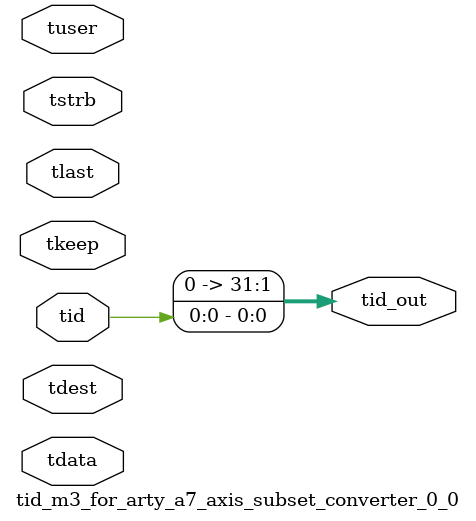
<source format=v>


`timescale 1ps/1ps

module tid_m3_for_arty_a7_axis_subset_converter_0_0 #
(
parameter C_S_AXIS_TID_WIDTH   = 1,
parameter C_S_AXIS_TUSER_WIDTH = 0,
parameter C_S_AXIS_TDATA_WIDTH = 0,
parameter C_S_AXIS_TDEST_WIDTH = 0,
parameter C_M_AXIS_TID_WIDTH   = 32
)
(
input  [(C_S_AXIS_TID_WIDTH   == 0 ? 1 : C_S_AXIS_TID_WIDTH)-1:0       ] tid,
input  [(C_S_AXIS_TDATA_WIDTH == 0 ? 1 : C_S_AXIS_TDATA_WIDTH)-1:0     ] tdata,
input  [(C_S_AXIS_TUSER_WIDTH == 0 ? 1 : C_S_AXIS_TUSER_WIDTH)-1:0     ] tuser,
input  [(C_S_AXIS_TDEST_WIDTH == 0 ? 1 : C_S_AXIS_TDEST_WIDTH)-1:0     ] tdest,
input  [(C_S_AXIS_TDATA_WIDTH/8)-1:0 ] tkeep,
input  [(C_S_AXIS_TDATA_WIDTH/8)-1:0 ] tstrb,
input                                                                    tlast,
output [(C_M_AXIS_TID_WIDTH   == 0 ? 1 : C_M_AXIS_TID_WIDTH)-1:0       ] tid_out
);

assign tid_out = {tid[0:0]};

endmodule


</source>
